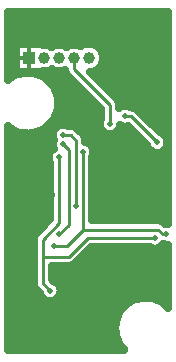
<source format=gbr>
G04 DipTrace 4.3.0.2*
G04 2 - Bottom.gbr*
%MOIN*%
G04 #@! TF.FileFunction,Copper,L2,Bot*
G04 #@! TF.Part,Single*
G04 #@! TA.AperFunction,CopperBalancing*
%ADD13C,0.012992*%
G04 #@! TA.AperFunction,Conductor*
%ADD16C,0.011024*%
G04 #@! TA.AperFunction,ViaPad*
%ADD18C,0.023622*%
G04 #@! TA.AperFunction,CopperBalancing*
%ADD23C,0.025*%
G04 #@! TA.AperFunction,ComponentPad*
%ADD24R,0.03937X0.03937*%
%ADD25C,0.03937*%
G04 #@! TA.AperFunction,ViaPad*
%ADD32C,0.031496*%
%ADD34C,0.020079*%
%FSLAX26Y26*%
G04*
G70*
G90*
G75*
G01*
G04 Bottom*
%LPD*%
X637449Y506201D2*
D13*
X599950D1*
X641339Y1393701D2*
D16*
Y1358564D1*
X762451Y1237451D1*
X762453Y1174951D1*
X562450Y618702D2*
X537451Y643701D1*
Y731201D1*
Y787451D1*
X593701Y843701D1*
Y1062450D1*
X912450Y793701D2*
X687451D1*
X624951Y731201D1*
X537451D1*
X918701Y1112451D2*
X831201Y1199950D1*
X812451D1*
X606201Y1106201D2*
X624950Y1087451D1*
Y837450D1*
X593701Y806201D1*
X574950Y768701D2*
X618701D1*
X672106Y822106D1*
Y1081201D1*
X949950Y806201D2*
X937450D1*
X921545Y822106D1*
X672106D1*
X649902Y899902D2*
Y1118749D1*
X631201Y1137451D1*
X606201D1*
D32*
X637449Y506201D3*
D34*
X762453Y1174951D3*
D3*
X562450Y618702D3*
X593701Y1062450D3*
X912450Y793701D3*
X918701Y1112451D3*
X812451Y1199950D3*
X606201Y1106201D3*
X593701Y806201D3*
X574950Y768701D3*
X672106Y1081201D3*
X949950Y806201D3*
X649902Y899902D3*
X606201Y1137451D3*
D32*
X462451Y1499950D3*
X699950Y1487451D3*
X931201Y1306201D3*
X943701Y1162451D3*
X449950Y706201D3*
X756201Y449950D3*
X774950Y568701D3*
X512451Y431201D3*
X431201Y518701D3*
X756201Y893701D3*
X943701Y862451D3*
X474950Y1106201D3*
D18*
X799950Y1156201D3*
X549950Y937451D3*
X568701D3*
X831201Y1031201D3*
X949951D3*
X568701Y699950D3*
X681201Y743701D3*
X481201Y762451D3*
X424458Y1521686D2*
D23*
X953504D1*
X424458Y1496818D2*
X953504D1*
X424458Y1471949D2*
X953504D1*
X424458Y1447080D2*
X953504D1*
X424458Y1422211D2*
X445600D1*
X732129D2*
X953504D1*
X424458Y1397343D2*
X445600D1*
X741280D2*
X953504D1*
X424458Y1372474D2*
X445600D1*
X736507D2*
X953504D1*
X424458Y1347605D2*
X610631D1*
X707692D2*
X953504D1*
X553605Y1322736D2*
X631874D1*
X722458D2*
X953504D1*
X575764Y1297867D2*
X656741D1*
X747325D2*
X953504D1*
X587102Y1272999D2*
X681610D1*
X772193D2*
X953504D1*
X591337Y1248130D2*
X706478D1*
X793257D2*
X953504D1*
X589345Y1223261D2*
X729694D1*
X852987D2*
X953504D1*
X580752Y1198392D2*
X729694D1*
X878052D2*
X953504D1*
X563257Y1173524D2*
X725192D1*
X902920D2*
X953504D1*
X424458Y1148655D2*
X449403D1*
X525508D2*
X570764D1*
X665277D2*
X737176D1*
X787714D2*
X837203D1*
X927787D2*
X953504D1*
X424458Y1123786D2*
X571714D1*
X682232D2*
X862071D1*
X424458Y1098917D2*
X569686D1*
X704534D2*
X884157D1*
X424458Y1074049D2*
X558402D1*
X708643D2*
X953504D1*
X424458Y1049180D2*
X559047D1*
X704857D2*
X953504D1*
X424458Y1024311D2*
X560949D1*
X704857D2*
X953504D1*
X424458Y999442D2*
X560949D1*
X704857D2*
X953504D1*
X424458Y974573D2*
X560949D1*
X704857D2*
X953504D1*
X424458Y949705D2*
X560949D1*
X704857D2*
X953504D1*
X424458Y924836D2*
X560949D1*
X704857D2*
X953504D1*
X424458Y899967D2*
X560949D1*
X704857D2*
X953504D1*
X424458Y875098D2*
X560949D1*
X704857D2*
X953504D1*
X424458Y850230D2*
X554938D1*
X935197D2*
X953504D1*
X424458Y825361D2*
X530071D1*
X424458Y800492D2*
X507643D1*
X424458Y775623D2*
X504701D1*
X424458Y750755D2*
X504701D1*
X689786D2*
X953504D1*
X424458Y725886D2*
X504701D1*
X664917D2*
X953504D1*
X424458Y701017D2*
X504701D1*
X629535D2*
X953504D1*
X424458Y676148D2*
X504701D1*
X570201D2*
X953504D1*
X424458Y651280D2*
X504701D1*
X577144D2*
X953504D1*
X424458Y626411D2*
X510119D1*
X598873D2*
X953504D1*
X424458Y601542D2*
X529694D1*
X595213D2*
X953504D1*
X424458Y576673D2*
X820285D1*
X424458Y551804D2*
X795507D1*
X424458Y526936D2*
X782822D1*
X424458Y502067D2*
X777564D1*
X424458Y477198D2*
X778568D1*
X424458Y452329D2*
X786033D1*
X424458Y427461D2*
X801822D1*
X732194Y1192102D2*
X732190Y1224923D1*
X619945Y1337169D1*
X614526Y1344543D1*
X611562Y1353210D1*
X611440Y1353936D1*
X605969Y1351483D1*
X596888Y1349528D1*
X587600Y1349503D1*
X578509Y1351409D1*
X570014Y1355165D1*
X567713Y1356827D1*
X567348Y1356831D1*
X565231Y1355283D1*
X556756Y1351483D1*
X547676Y1349528D1*
X539303Y1349505D1*
X539311Y1348091D1*
X448091D1*
Y1439311D1*
X539311D1*
Y1437987D1*
X547440Y1437899D1*
X556530Y1435992D1*
X565025Y1432236D1*
X567327Y1430575D1*
X569808Y1432118D1*
X578283Y1435919D1*
X587364Y1437874D1*
X596652Y1437899D1*
X605743Y1435992D1*
X614238Y1432236D1*
X616539Y1430575D1*
X619021Y1432118D1*
X627496Y1435919D1*
X636576Y1437874D1*
X645865Y1437899D1*
X654955Y1435992D1*
X662114Y1432827D1*
X666349Y1435576D1*
X674711Y1439399D1*
X683646Y1441571D1*
X692829Y1442013D1*
X701932Y1440709D1*
X710622Y1437706D1*
X718588Y1433112D1*
X725539Y1427093D1*
X731227Y1419869D1*
X735445Y1411698D1*
X738039Y1402877D1*
X738917Y1393701D1*
X738047Y1384570D1*
X735461Y1375745D1*
X731252Y1367571D1*
X725571Y1360341D1*
X718625Y1354316D1*
X710664Y1349715D1*
X701976Y1346703D1*
X696741Y1345949D1*
X783832Y1258858D1*
X785344Y1257232D1*
X790211Y1249483D1*
X792539Y1240634D1*
X792707Y1237451D1*
Y1228589D1*
X795129Y1230114D1*
X803525Y1233570D1*
X812531Y1234734D1*
X821530Y1233529D1*
X829495Y1230209D1*
X831201Y1230207D1*
X840247Y1228823D1*
X848471Y1224791D1*
X852613Y1221327D1*
X927957Y1145983D1*
X936161Y1142534D1*
X943353Y1136990D1*
X948864Y1129773D1*
X952320Y1121377D1*
X953484Y1112451D1*
X952278Y1103371D1*
X948783Y1094990D1*
X943240Y1087799D1*
X936024Y1082287D1*
X927626Y1078832D1*
X918621Y1077668D1*
X909621Y1078873D1*
X901240Y1082367D1*
X894049Y1087912D1*
X888538Y1095129D1*
X885255Y1103108D1*
X821894Y1166470D1*
X821377Y1166332D1*
X812371Y1165168D1*
X803371Y1166373D1*
X796749Y1169134D1*
X796453Y1169072D1*
X796029Y1165871D1*
X792534Y1157490D1*
X786990Y1150299D1*
X779773Y1144787D1*
X771377Y1141332D1*
X762370Y1140168D1*
X753371Y1141374D1*
X744990Y1144867D1*
X737799Y1150412D1*
X732287Y1157629D1*
X728832Y1166025D1*
X727668Y1175031D1*
X728873Y1184030D1*
X732193Y1191995D1*
X728873Y1184030D1*
X727668Y1175031D1*
X728832Y1166025D1*
X732287Y1157629D1*
X737799Y1150412D1*
X744990Y1144867D1*
X753371Y1141374D1*
X762370Y1140168D1*
X771377Y1141332D1*
X779773Y1144787D1*
X786990Y1150299D1*
X792534Y1157490D1*
X796029Y1165871D1*
X796453Y1169072D1*
X680157Y1118727D2*
X680159Y1114916D1*
X681186Y1114778D1*
X689567Y1111283D1*
X696759Y1105740D1*
X702270Y1098524D1*
X705726Y1090126D1*
X706890Y1081201D1*
X705684Y1072121D1*
X702364Y1064157D1*
X702362Y852364D1*
X921545Y852362D1*
X930591Y850979D1*
X938816Y846948D1*
X942951Y843488D1*
X945719Y840722D1*
X950031Y840984D1*
X955999Y840185D1*
X956004Y1015685D1*
Y1546547D1*
X858437Y1546555D1*
X421950D1*
X421942Y1321175D1*
X428887Y1326572D1*
X436665Y1331555D1*
X444865Y1335808D1*
X453417Y1339299D1*
X462252Y1341999D1*
X471295Y1343883D1*
X480471Y1344937D1*
X489706Y1345152D1*
X498923Y1344526D1*
X508043Y1343066D1*
X516995Y1340781D1*
X525699Y1337693D1*
X534088Y1333825D1*
X542091Y1329211D1*
X549640Y1323887D1*
X556675Y1317900D1*
X563135Y1311298D1*
X568969Y1304135D1*
X574126Y1296472D1*
X578566Y1288373D1*
X582251Y1279902D1*
X585150Y1271131D1*
X587239Y1262133D1*
X588501Y1252983D1*
X588927Y1243701D1*
X588512Y1234528D1*
X587259Y1225375D1*
X585178Y1216375D1*
X582289Y1207601D1*
X578613Y1199127D1*
X574182Y1191021D1*
X569033Y1183353D1*
X563207Y1176184D1*
X556753Y1169575D1*
X549726Y1163580D1*
X542182Y1158249D1*
X534185Y1153626D1*
X525801Y1149749D1*
X517097Y1146652D1*
X508150Y1144358D1*
X499030Y1142887D1*
X489815Y1142252D1*
X480580Y1142457D1*
X471402Y1143501D1*
X462357Y1145377D1*
X453520Y1148066D1*
X444963Y1151547D1*
X436760Y1155793D1*
X428975Y1160766D1*
X421954Y1166211D1*
X421949Y962005D1*
Y421957D1*
X519516Y421949D1*
X809509Y421948D1*
X808672Y422728D1*
X802518Y429618D1*
X797017Y437039D1*
X792214Y444929D1*
X788147Y453223D1*
X784852Y461852D1*
X782354Y470745D1*
X780677Y479829D1*
X779832Y489028D1*
X779827Y498265D1*
X780663Y507465D1*
X782331Y516550D1*
X784818Y525446D1*
X788104Y534080D1*
X792161Y542378D1*
X796957Y550273D1*
X802450Y557699D1*
X808596Y564596D1*
X815344Y570904D1*
X822636Y576572D1*
X830416Y581555D1*
X838615Y585808D1*
X847168Y589299D1*
X856001Y591999D1*
X865045Y593883D1*
X874222Y594937D1*
X883457Y595152D1*
X892673Y594526D1*
X901794Y593066D1*
X910744Y590781D1*
X919450Y587693D1*
X927839Y583825D1*
X935841Y579211D1*
X943390Y573887D1*
X950424Y567900D1*
X956008Y562194D1*
X956004Y771951D1*
X949870Y771417D1*
X940871Y772623D1*
X940306Y772858D1*
X936990Y769049D1*
X929773Y763538D1*
X921377Y760081D1*
X912370Y758917D1*
X903371Y760123D1*
X895407Y763444D1*
X699980Y763445D1*
X646357Y709819D1*
X644732Y708307D1*
X636983Y703441D1*
X628134Y701113D1*
X624951Y700945D1*
X567707Y700948D1*
X567702Y656238D1*
X571711Y652228D1*
X579912Y648785D1*
X587102Y643240D1*
X592614Y636024D1*
X596070Y627627D1*
X597234Y618702D1*
X596029Y609622D1*
X592534Y601240D1*
X586990Y594050D1*
X579773Y588538D1*
X571377Y585083D1*
X562370Y583919D1*
X553371Y585123D1*
X544990Y588618D1*
X537799Y594163D1*
X532287Y601379D1*
X529004Y609358D1*
X516073Y622290D1*
X514558Y623919D1*
X509692Y631668D1*
X507364Y640518D1*
X507196Y643701D1*
Y787432D1*
X507276Y789651D1*
X509314Y798572D1*
X513925Y806476D1*
X516058Y808845D1*
X563441Y856230D1*
X563445Y1045289D1*
X560081Y1053525D1*
X558917Y1062531D1*
X560123Y1071530D1*
X563618Y1079912D1*
X569161Y1087102D1*
X574736Y1091360D1*
X572581Y1097276D1*
X571417Y1106281D1*
X572623Y1115281D1*
X575248Y1121575D1*
X572581Y1128525D1*
X571417Y1137531D1*
X572623Y1146530D1*
X576118Y1154912D1*
X581661Y1162102D1*
X588878Y1167614D1*
X597276Y1171070D1*
X606281Y1172234D1*
X615281Y1171029D1*
X623244Y1167709D1*
X631201Y1167707D1*
X640247Y1166323D1*
X648471Y1162291D1*
X652609Y1158831D1*
X671295Y1140144D1*
X676714Y1132769D1*
X679678Y1124102D1*
X680157Y1118727D1*
X493701Y1439276D2*
D13*
Y1348126D1*
X448126Y1393701D2*
X493701D1*
D24*
D3*
D25*
X542913D3*
X592126D3*
X641339D3*
X690551D3*
M02*

</source>
